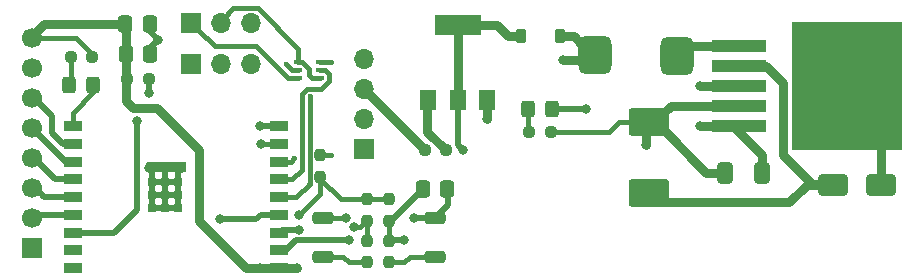
<source format=gbr>
%TF.GenerationSoftware,KiCad,Pcbnew,9.0.3+dfsg-1*%
%TF.CreationDate,2025-10-23T15:20:38+02:00*%
%TF.ProjectId,SommerESP,536f6d6d-6572-4455-9350-2e6b69636164,3.0*%
%TF.SameCoordinates,Original*%
%TF.FileFunction,Copper,L1,Top*%
%TF.FilePolarity,Positive*%
%FSLAX46Y46*%
G04 Gerber Fmt 4.6, Leading zero omitted, Abs format (unit mm)*
G04 Created by KiCad (PCBNEW 9.0.3+dfsg-1) date 2025-10-23 15:20:38*
%MOMM*%
%LPD*%
G01*
G04 APERTURE LIST*
G04 Aperture macros list*
%AMRoundRect*
0 Rectangle with rounded corners*
0 $1 Rounding radius*
0 $2 $3 $4 $5 $6 $7 $8 $9 X,Y pos of 4 corners*
0 Add a 4 corners polygon primitive as box body*
4,1,4,$2,$3,$4,$5,$6,$7,$8,$9,$2,$3,0*
0 Add four circle primitives for the rounded corners*
1,1,$1+$1,$2,$3*
1,1,$1+$1,$4,$5*
1,1,$1+$1,$6,$7*
1,1,$1+$1,$8,$9*
0 Add four rect primitives between the rounded corners*
20,1,$1+$1,$2,$3,$4,$5,0*
20,1,$1+$1,$4,$5,$6,$7,0*
20,1,$1+$1,$6,$7,$8,$9,0*
20,1,$1+$1,$8,$9,$2,$3,0*%
G04 Aperture macros list end*
%TA.AperFunction,SMDPad,CuDef*%
%ADD10RoundRect,0.237500X0.250000X0.237500X-0.250000X0.237500X-0.250000X-0.237500X0.250000X-0.237500X0*%
%TD*%
%TA.AperFunction,SMDPad,CuDef*%
%ADD11RoundRect,0.237500X0.237500X-0.250000X0.237500X0.250000X-0.237500X0.250000X-0.237500X-0.250000X0*%
%TD*%
%TA.AperFunction,SMDPad,CuDef*%
%ADD12RoundRect,0.250000X-0.412500X-0.650000X0.412500X-0.650000X0.412500X0.650000X-0.412500X0.650000X0*%
%TD*%
%TA.AperFunction,ComponentPad*%
%ADD13R,1.700000X1.700000*%
%TD*%
%TA.AperFunction,ComponentPad*%
%ADD14C,1.700000*%
%TD*%
%TA.AperFunction,SMDPad,CuDef*%
%ADD15RoundRect,0.250000X-1.000000X-0.650000X1.000000X-0.650000X1.000000X0.650000X-1.000000X0.650000X0*%
%TD*%
%TA.AperFunction,SMDPad,CuDef*%
%ADD16RoundRect,0.250000X-0.650000X-0.250000X0.650000X-0.250000X0.650000X0.250000X-0.650000X0.250000X0*%
%TD*%
%TA.AperFunction,SMDPad,CuDef*%
%ADD17RoundRect,0.250000X0.325000X0.450000X-0.325000X0.450000X-0.325000X-0.450000X0.325000X-0.450000X0*%
%TD*%
%TA.AperFunction,SMDPad,CuDef*%
%ADD18RoundRect,0.237500X-0.250000X-0.237500X0.250000X-0.237500X0.250000X0.237500X-0.250000X0.237500X0*%
%TD*%
%TA.AperFunction,SMDPad,CuDef*%
%ADD19R,1.500000X0.900000*%
%TD*%
%TA.AperFunction,SMDPad,CuDef*%
%ADD20R,0.700000X0.700000*%
%TD*%
%TA.AperFunction,SMDPad,CuDef*%
%ADD21RoundRect,0.235000X1.465000X-0.940000X1.465000X0.940000X-1.465000X0.940000X-1.465000X-0.940000X0*%
%TD*%
%TA.AperFunction,SMDPad,CuDef*%
%ADD22R,4.600000X1.100000*%
%TD*%
%TA.AperFunction,SMDPad,CuDef*%
%ADD23R,9.400000X10.800000*%
%TD*%
%TA.AperFunction,SMDPad,CuDef*%
%ADD24R,1.400000X1.700000*%
%TD*%
%TA.AperFunction,SMDPad,CuDef*%
%ADD25R,4.000000X1.800000*%
%TD*%
%TA.AperFunction,ComponentPad*%
%ADD26O,1.700000X1.700000*%
%TD*%
%TA.AperFunction,SMDPad,CuDef*%
%ADD27RoundRect,0.100000X0.225000X0.100000X-0.225000X0.100000X-0.225000X-0.100000X0.225000X-0.100000X0*%
%TD*%
%TA.AperFunction,SMDPad,CuDef*%
%ADD28RoundRect,0.225000X0.225000X0.375000X-0.225000X0.375000X-0.225000X-0.375000X0.225000X-0.375000X0*%
%TD*%
%TA.AperFunction,SMDPad,CuDef*%
%ADD29RoundRect,0.250000X-0.337500X-0.475000X0.337500X-0.475000X0.337500X0.475000X-0.337500X0.475000X0*%
%TD*%
%TA.AperFunction,SMDPad,CuDef*%
%ADD30RoundRect,0.700000X-0.700000X-0.950000X0.700000X-0.950000X0.700000X0.950000X-0.700000X0.950000X0*%
%TD*%
%TA.AperFunction,SMDPad,CuDef*%
%ADD31RoundRect,0.237500X-0.237500X0.250000X-0.237500X-0.250000X0.237500X-0.250000X0.237500X0.250000X0*%
%TD*%
%TA.AperFunction,ViaPad*%
%ADD32C,0.400000*%
%TD*%
%TA.AperFunction,ViaPad*%
%ADD33C,0.800000*%
%TD*%
%TA.AperFunction,Conductor*%
%ADD34C,0.400000*%
%TD*%
%TA.AperFunction,Conductor*%
%ADD35C,0.750000*%
%TD*%
%TA.AperFunction,Conductor*%
%ADD36C,0.500000*%
%TD*%
G04 APERTURE END LIST*
D10*
%TO.P,R8,1*%
%TO.N,+3.3V*%
X40737500Y-28900000D03*
%TO.P,R8,2*%
%TO.N,Net-(D2-A)*%
X38912500Y-28900000D03*
%TD*%
D11*
%TO.P,R2,1*%
%TO.N,Net-(R2-Pad1)*%
X65850000Y-46300000D03*
%TO.P,R2,2*%
%TO.N,EN*%
X65850000Y-44475000D03*
%TD*%
%TO.P,R3,1*%
%TO.N,IO9*%
X63950000Y-42800000D03*
%TO.P,R3,2*%
%TO.N,+3.3V*%
X63950000Y-40975000D03*
%TD*%
D12*
%TO.P,C3,1*%
%TO.N,+3.3V*%
X94300000Y-38700000D03*
%TO.P,C3,2*%
%TO.N,GND*%
X97425000Y-38700000D03*
%TD*%
D10*
%TO.P,R7,1*%
%TO.N,+3.3V*%
X79562500Y-35300000D03*
%TO.P,R7,2*%
%TO.N,Net-(D1-A)*%
X77737500Y-35300000D03*
%TD*%
D13*
%TO.P,J1,1,Pin_1*%
%TO.N,GND*%
X35625000Y-45075000D03*
D14*
%TO.P,J1,2,Pin_2*%
%TO.N,IO3*%
X35625000Y-42535000D03*
%TO.P,J1,3,Pin_3*%
%TO.N,IO19*%
X35625000Y-39995000D03*
%TO.P,J1,4,Pin_4*%
%TO.N,IO18*%
X35625000Y-37455000D03*
%TO.P,J1,5,Pin_5*%
%TO.N,TX*%
X35625000Y-34915000D03*
%TO.P,J1,6,Pin_6*%
%TO.N,RX*%
X35625000Y-32375000D03*
%TO.P,J1,7,Pin_7*%
%TO.N,IO5*%
X35625000Y-29835000D03*
%TO.P,J1,8,Pin_8*%
%TO.N,+3.3V*%
X35625000Y-27295000D03*
%TD*%
D15*
%TO.P,D5,1,K*%
%TO.N,Net-(D5-K)*%
X103475000Y-39725000D03*
%TO.P,D5,2,A*%
%TO.N,GND*%
X107475000Y-39725000D03*
%TD*%
D16*
%TO.P,S2,1,1*%
%TO.N,Net-(R2-Pad1)*%
X69700000Y-45850000D03*
%TO.P,S2,2,2*%
%TO.N,GND*%
X69700000Y-42550000D03*
%TD*%
D17*
%TO.P,D2,1,K*%
%TO.N,IO10*%
X40775000Y-31275000D03*
%TO.P,D2,2,A*%
%TO.N,Net-(D2-A)*%
X38725000Y-31275000D03*
%TD*%
D16*
%TO.P,S1,1,1*%
%TO.N,Net-(R1-Pad1)*%
X60300000Y-45850000D03*
%TO.P,S1,2,2*%
%TO.N,GND*%
X60300000Y-42550000D03*
%TD*%
D18*
%TO.P,R11,1*%
%TO.N,SommerSIG*%
X68875000Y-36825000D03*
%TO.P,R11,2*%
%TO.N,Net-(Q1-G)*%
X70700000Y-36825000D03*
%TD*%
D19*
%TO.P,U5,1,3V3*%
%TO.N,+3.3V*%
X56560000Y-46775000D03*
%TO.P,U5,2,EN/CHIP_PU*%
%TO.N,EN*%
X56560000Y-45275000D03*
%TO.P,U5,3,GPIO4/ADC1_CH4*%
%TO.N,AnalogSIG*%
X56560000Y-43775000D03*
%TO.P,U5,4,GPIO5/ADC2_CH0*%
%TO.N,IO5*%
X56560000Y-42275000D03*
%TO.P,U5,5,GPIO6*%
%TO.N,IO6*%
X56560000Y-40775000D03*
%TO.P,U5,6,GPIO7*%
%TO.N,IO7*%
X56560000Y-39275000D03*
%TO.P,U5,7,GPIO8*%
%TO.N,IO8*%
X56560000Y-37775000D03*
%TO.P,U5,8,GPIO9*%
%TO.N,IO9*%
X56560000Y-36275000D03*
%TO.P,U5,9,GND*%
%TO.N,GND*%
X56560000Y-34775000D03*
%TO.P,U5,10,GPIO10*%
%TO.N,IO10*%
X39060000Y-34775000D03*
%TO.P,U5,11,GPIO20/U0RXD*%
%TO.N,RX*%
X39060000Y-36275000D03*
%TO.P,U5,12,GPIO21/U0TXD*%
%TO.N,TX*%
X39060000Y-37775000D03*
%TO.P,U5,13,GPIO18/USB_D-*%
%TO.N,IO18*%
X39060000Y-39275000D03*
%TO.P,U5,14,GPIO19/USB_D+*%
%TO.N,IO19*%
X39060000Y-40775000D03*
%TO.P,U5,15,GPIO3/ADC1_CH3*%
%TO.N,IO3*%
X39060000Y-42275000D03*
%TO.P,U5,16,GPIO2/ADC1_CH2*%
%TO.N,IO2*%
X39060000Y-43775000D03*
%TO.P,U5,17,GPIO1/ADC1_CH1/XTAL_32K_N*%
%TO.N,unconnected-(U5-GPIO1{slash}ADC1_CH1{slash}XTAL_32K_N-Pad17)*%
X39060000Y-45275000D03*
%TO.P,U5,18,GPIO0/ADC1_CH0/XTAL_32K_P*%
%TO.N,IO0*%
X39060000Y-46775000D03*
D20*
%TO.P,U5,19,GND*%
%TO.N,GND*%
X47950000Y-41675000D03*
X47950000Y-40575000D03*
X47950000Y-39475000D03*
X46900000Y-41675000D03*
X46900000Y-40575000D03*
X46900000Y-39475000D03*
X45750000Y-41675000D03*
X45750000Y-40575000D03*
X45750000Y-39475000D03*
%TD*%
D21*
%TO.P,L1,1,1*%
%TO.N,Net-(D5-K)*%
X87900000Y-40425000D03*
%TO.P,L1,2,2*%
%TO.N,+3.3V*%
X87900000Y-34375000D03*
%TD*%
D11*
%TO.P,R4,1*%
%TO.N,EN*%
X65850000Y-42800000D03*
%TO.P,R4,2*%
%TO.N,+3.3V*%
X65850000Y-40975000D03*
%TD*%
D22*
%TO.P,U4,1,VIN*%
%TO.N,Net-(D3-A)*%
X95450000Y-27950000D03*
%TO.P,U4,2,OUTPUT*%
%TO.N,Net-(D5-K)*%
X95450000Y-29650000D03*
%TO.P,U4,3,GND*%
%TO.N,GND*%
X95450000Y-31350000D03*
D23*
X104600000Y-31350000D03*
D22*
%TO.P,U4,4,Feedback*%
%TO.N,+3.3V*%
X95450000Y-33050000D03*
%TO.P,U4,5,ON/OFF*%
%TO.N,GND*%
X95450000Y-34750000D03*
%TD*%
D11*
%TO.P,R1,1*%
%TO.N,Net-(R1-Pad1)*%
X63950000Y-46300000D03*
%TO.P,R1,2*%
%TO.N,IO9*%
X63950000Y-44475000D03*
%TD*%
D24*
%TO.P,Q1,1,G*%
%TO.N,Net-(Q1-G)*%
X69150000Y-32575000D03*
%TO.P,Q1,2,D*%
%TO.N,AnalogSIG*%
X71650000Y-32575000D03*
%TO.P,Q1,3,S*%
%TO.N,GND*%
X74150000Y-32575000D03*
D25*
%TO.P,Q1,4,D_TAB*%
%TO.N,AnalogSIG*%
X71650000Y-26175000D03*
%TD*%
D13*
%TO.P,J4,1,Pin_1*%
%TO.N,Keypad1*%
X49120000Y-26050000D03*
D26*
%TO.P,J4,2,Pin_2*%
%TO.N,Keypad2*%
X51660000Y-26050000D03*
%TO.P,J4,3,Pin_3*%
%TO.N,Keypad3*%
X54200000Y-26050000D03*
%TD*%
D27*
%TO.P,Q2,1,S*%
%TO.N,Keypad2*%
X60025000Y-30650000D03*
%TO.P,Q2,2,G*%
%TO.N,IO7*%
X60025000Y-30000000D03*
%TO.P,Q2,3,D*%
%TO.N,Keypad3*%
X60025000Y-29350000D03*
%TO.P,Q2,4,S*%
%TO.N,Keypad2*%
X58125000Y-29350000D03*
%TO.P,Q2,5,G*%
%TO.N,IO6*%
X58125000Y-30000000D03*
%TO.P,Q2,6,D*%
%TO.N,Keypad1*%
X58125000Y-30650000D03*
%TD*%
D28*
%TO.P,D4,1,K*%
%TO.N,+24V*%
X80300000Y-27150000D03*
%TO.P,D4,2,A*%
%TO.N,AnalogSIG*%
X77000000Y-27150000D03*
%TD*%
D29*
%TO.P,C4,1*%
%TO.N,EN*%
X68700000Y-40100000D03*
%TO.P,C4,2*%
%TO.N,GND*%
X70775000Y-40100000D03*
%TD*%
D30*
%TO.P,D3,1,K*%
%TO.N,+24V*%
X83250000Y-28750000D03*
%TO.P,D3,2,A*%
%TO.N,Net-(D3-A)*%
X90250000Y-28800000D03*
%TD*%
D31*
%TO.P,R13,1*%
%TO.N,IO8*%
X60000000Y-37250000D03*
%TO.P,R13,2*%
%TO.N,+3.3V*%
X60000000Y-39075000D03*
%TD*%
D10*
%TO.P,R12,1*%
%TO.N,IO2*%
X45512500Y-30800000D03*
%TO.P,R12,2*%
%TO.N,+3.3V*%
X43687500Y-30800000D03*
%TD*%
D29*
%TO.P,C1,1*%
%TO.N,+3.3V*%
X43512500Y-26150000D03*
%TO.P,C1,2*%
%TO.N,GND*%
X45587500Y-26150000D03*
%TD*%
%TO.P,C2,1*%
%TO.N,+3.3V*%
X43537500Y-28650000D03*
%TO.P,C2,2*%
%TO.N,GND*%
X45612500Y-28650000D03*
%TD*%
D17*
%TO.P,D1,1,K*%
%TO.N,GND*%
X79662500Y-33275000D03*
%TO.P,D1,2,A*%
%TO.N,Net-(D1-A)*%
X77612500Y-33275000D03*
%TD*%
D13*
%TO.P,J6,1,Pin_1*%
%TO.N,+24V*%
X63725000Y-36675000D03*
D26*
%TO.P,J6,2,Pin_2*%
%TO.N,unconnected-(J6-Pin_2-Pad2)*%
X63725000Y-34135000D03*
%TO.P,J6,3,Pin_3*%
%TO.N,SommerSIG*%
X63725000Y-31595000D03*
%TO.P,J6,4,Pin_4*%
%TO.N,GND*%
X63725000Y-29055000D03*
%TD*%
D13*
%TO.P,J3,1,Pin_1*%
%TO.N,Keypad1*%
X49120000Y-29475000D03*
D26*
%TO.P,J3,2,Pin_2*%
%TO.N,Keypad2*%
X51660000Y-29475000D03*
%TO.P,J3,3,Pin_3*%
%TO.N,Keypad3*%
X54200000Y-29475000D03*
%TD*%
D32*
%TO.N,Keypad3*%
X60975000Y-29350000D03*
D33*
%TO.N,+3.3V*%
X58200000Y-42275000D03*
X58075000Y-46775000D03*
X54925000Y-46775000D03*
X87575000Y-36350000D03*
%TO.N,GND*%
X54950000Y-34750000D03*
X45525000Y-38350000D03*
X92175000Y-34725000D03*
X67925000Y-42525000D03*
X62200000Y-42550000D03*
X74125000Y-34200000D03*
X48175000Y-38375000D03*
X92175000Y-31325000D03*
X82500000Y-33275000D03*
X103500000Y-32775000D03*
X105350000Y-32750000D03*
X103425000Y-30150000D03*
X105350000Y-30150000D03*
X46275000Y-27450000D03*
X46900000Y-38375000D03*
%TO.N,IO9*%
X55050000Y-36250000D03*
X62925000Y-43300000D03*
%TO.N,+24V*%
X80550000Y-29200000D03*
%TO.N,AnalogSIG*%
X72075000Y-36800000D03*
X58192576Y-43550000D03*
%TO.N,EN*%
X62475000Y-44400000D03*
X67075000Y-44425000D03*
D32*
%TO.N,IO6*%
X59125000Y-32225000D03*
X57150000Y-29500000D03*
D33*
%TO.N,IO5*%
X51550000Y-42650000D03*
D32*
%TO.N,IO8*%
X60900000Y-37250000D03*
X57825000Y-37500000D03*
D33*
%TO.N,IO2*%
X45500000Y-31975000D03*
X44500000Y-34325000D03*
%TD*%
D34*
%TO.N,Net-(D1-A)*%
X77612500Y-35237500D02*
X77600000Y-35250000D01*
X77612500Y-33275000D02*
X77612500Y-35237500D01*
%TO.N,Keypad1*%
X57275000Y-30650000D02*
X58100000Y-30650000D01*
X49700000Y-26600000D02*
X51100000Y-28000000D01*
X54625000Y-28000000D02*
X57275000Y-30650000D01*
X51100000Y-28000000D02*
X54625000Y-28000000D01*
%TO.N,Keypad3*%
X60025000Y-29350000D02*
X60975000Y-29350000D01*
%TO.N,+3.3V*%
X56550000Y-46775000D02*
X56575000Y-46750000D01*
D35*
X87575000Y-35175000D02*
X87475000Y-35075000D01*
X49775000Y-42825000D02*
X49775000Y-36800000D01*
X36675000Y-26150000D02*
X35575000Y-27250000D01*
X89700000Y-33050000D02*
X89000000Y-33750000D01*
D34*
X84475000Y-35300000D02*
X85350000Y-34425000D01*
D35*
X56560000Y-46775000D02*
X53725000Y-46775000D01*
X49775000Y-36800000D02*
X46175000Y-33200000D01*
D34*
X61775000Y-40975000D02*
X60025000Y-39225000D01*
D35*
X53725000Y-46775000D02*
X49775000Y-42825000D01*
D34*
X65850000Y-40975000D02*
X63975000Y-40975000D01*
X63975000Y-40975000D02*
X63950000Y-40950000D01*
D35*
X94300000Y-38700000D02*
X92700000Y-38700000D01*
X44150000Y-33200000D02*
X43600000Y-32650000D01*
D34*
X60000000Y-40475000D02*
X58200000Y-42275000D01*
X35625000Y-27295000D02*
X39370000Y-27295000D01*
D35*
X95450000Y-33050000D02*
X89700000Y-33050000D01*
D34*
X85350000Y-34425000D02*
X86475000Y-34425000D01*
X79562500Y-35300000D02*
X84475000Y-35300000D01*
X63950000Y-40975000D02*
X61775000Y-40975000D01*
D35*
X43600000Y-32650000D02*
X43600000Y-26225000D01*
D34*
X54925000Y-46775000D02*
X56550000Y-46775000D01*
D35*
X87575000Y-36350000D02*
X87575000Y-35175000D01*
X46175000Y-33200000D02*
X44150000Y-33200000D01*
D34*
X60000000Y-39075000D02*
X60000000Y-40475000D01*
X39370000Y-27295000D02*
X40625000Y-28550000D01*
D35*
X56560000Y-46775000D02*
X58075000Y-46775000D01*
X92700000Y-38700000D02*
X88950000Y-34950000D01*
X43512500Y-26150000D02*
X36675000Y-26150000D01*
D36*
%TO.N,GND*%
X45587500Y-26150000D02*
X45587500Y-26737500D01*
D35*
X97425000Y-38700000D02*
X97425000Y-37225000D01*
D36*
X56560000Y-34775000D02*
X54975000Y-34775000D01*
D35*
X95450000Y-31350000D02*
X92200000Y-31350000D01*
D36*
X45612500Y-28650000D02*
X45612500Y-28112500D01*
D34*
X60500000Y-42550000D02*
X60475000Y-42575000D01*
D36*
X67925000Y-42525000D02*
X69325000Y-42525000D01*
X70800000Y-41450000D02*
X70800000Y-40650000D01*
D34*
X62200000Y-42550000D02*
X60500000Y-42550000D01*
D36*
X79750000Y-33275000D02*
X82500000Y-33275000D01*
X69650000Y-42500000D02*
X69625000Y-42525000D01*
X69700000Y-42550000D02*
X70800000Y-41450000D01*
D35*
X107475000Y-39725000D02*
X107475000Y-35250000D01*
X107475000Y-35250000D02*
X107575000Y-35150000D01*
D36*
X54975000Y-34775000D02*
X54950000Y-34750000D01*
D35*
X74150000Y-34175000D02*
X74125000Y-34200000D01*
D36*
X45587500Y-26737500D02*
X46300000Y-27450000D01*
D35*
X97425000Y-37225000D02*
X95200000Y-35000000D01*
X92200000Y-34750000D02*
X92175000Y-34725000D01*
X74150000Y-32575000D02*
X74150000Y-34175000D01*
X95450000Y-34750000D02*
X92200000Y-34750000D01*
D36*
X45612500Y-28112500D02*
X46275000Y-27450000D01*
D35*
X92200000Y-31350000D02*
X92175000Y-31325000D01*
D34*
%TO.N,IO9*%
X56560000Y-36275000D02*
X55075000Y-36275000D01*
X63950000Y-42800000D02*
X63950000Y-44275000D01*
X62925000Y-43300000D02*
X63425000Y-43300000D01*
X55075000Y-36275000D02*
X55050000Y-36250000D01*
X63425000Y-43300000D02*
X63825000Y-42900000D01*
X63950000Y-44275000D02*
X63925000Y-44300000D01*
%TO.N,IO7*%
X58475000Y-32025057D02*
X58475000Y-38475000D01*
X58475000Y-38475000D02*
X57675000Y-39275000D01*
X60411292Y-30000000D02*
X60751000Y-30339708D01*
X60087292Y-31624000D02*
X58876057Y-31624000D01*
X60751000Y-30960292D02*
X60087292Y-31624000D01*
X60751000Y-30339708D02*
X60751000Y-30960292D01*
X57675000Y-39275000D02*
X56560000Y-39275000D01*
X60025000Y-30000000D02*
X60411292Y-30000000D01*
X58876057Y-31624000D02*
X58475000Y-32025057D01*
%TO.N,Net-(D2-A)*%
X38912500Y-31287500D02*
X38900000Y-31300000D01*
X38912500Y-28900000D02*
X38912500Y-31287500D01*
D35*
%TO.N,+24V*%
X82600000Y-29200000D02*
X82675000Y-29125000D01*
X81500000Y-27150000D02*
X82125000Y-27775000D01*
X80300000Y-27150000D02*
X81500000Y-27150000D01*
X80550000Y-29200000D02*
X82600000Y-29200000D01*
D36*
%TO.N,AnalogSIG*%
X56785000Y-43550000D02*
X58192576Y-43550000D01*
D35*
X74950000Y-26175000D02*
X72975000Y-26175000D01*
X75925000Y-27150000D02*
X74950000Y-26175000D01*
X77000000Y-27150000D02*
X75925000Y-27150000D01*
D36*
X71650000Y-36375000D02*
X71650000Y-32925000D01*
D35*
X71650000Y-26175000D02*
X71650000Y-32150000D01*
D36*
X56560000Y-43775000D02*
X56785000Y-43550000D01*
D35*
X71650000Y-32150000D02*
X71725000Y-32225000D01*
D36*
X72075000Y-36800000D02*
X71650000Y-36375000D01*
D35*
%TO.N,Net-(D5-K)*%
X99200000Y-31098000D02*
X99200000Y-37202000D01*
X103475000Y-39725000D02*
X101200000Y-39725000D01*
X99725000Y-41200000D02*
X89225000Y-41200000D01*
X101200000Y-39725000D02*
X99725000Y-41200000D01*
X101623000Y-39625000D02*
X103625000Y-39625000D01*
X97752000Y-29650000D02*
X99200000Y-31098000D01*
X99200000Y-37202000D02*
X101623000Y-39625000D01*
X95450000Y-29650000D02*
X97752000Y-29650000D01*
D36*
%TO.N,RX*%
X39060000Y-36275000D02*
X38250000Y-36275000D01*
X37300000Y-33900000D02*
X35950000Y-32550000D01*
X37300000Y-35325000D02*
X37300000Y-33900000D01*
X38250000Y-36275000D02*
X37300000Y-35325000D01*
%TO.N,TX*%
X38525000Y-37775000D02*
X35825000Y-35075000D01*
X39060000Y-37775000D02*
X38525000Y-37775000D01*
%TO.N,IO19*%
X39060000Y-40775000D02*
X36675000Y-40775000D01*
X36675000Y-40775000D02*
X35925000Y-40025000D01*
%TO.N,IO18*%
X39060000Y-39275000D02*
X37600000Y-39275000D01*
X37600000Y-39275000D02*
X35925000Y-37600000D01*
D34*
%TO.N,Keypad2*%
X58125000Y-28205818D02*
X58125000Y-29200000D01*
X59300000Y-30650000D02*
X59100000Y-30450000D01*
X54718182Y-24799000D02*
X58125000Y-28205818D01*
X58511292Y-29350000D02*
X58125000Y-29350000D01*
X52651000Y-24799000D02*
X54718182Y-24799000D01*
X59100000Y-29938708D02*
X58511292Y-29350000D01*
X52651000Y-24799000D02*
X51750000Y-25700000D01*
X60025000Y-30650000D02*
X59300000Y-30650000D01*
X59100000Y-30450000D02*
X59100000Y-29938708D01*
D35*
%TO.N,SommerSIG*%
X63725000Y-31595000D02*
X68850000Y-36720000D01*
X68850000Y-36720000D02*
X68850000Y-36750000D01*
D36*
%TO.N,EN*%
X67075000Y-44425000D02*
X65900000Y-44425000D01*
X66100000Y-42700000D02*
X65950000Y-42700000D01*
D34*
X65850000Y-42800000D02*
X65850000Y-44350000D01*
D36*
X56560000Y-45275000D02*
X57136000Y-45275000D01*
X68700000Y-40100000D02*
X66100000Y-42700000D01*
X58011000Y-44400000D02*
X62475000Y-44400000D01*
X65900000Y-44425000D02*
X65875000Y-44450000D01*
D34*
X65850000Y-44350000D02*
X65825000Y-44375000D01*
D36*
X57136000Y-45275000D02*
X58011000Y-44400000D01*
D34*
%TO.N,IO6*%
X58125000Y-30000000D02*
X57650000Y-30000000D01*
X56560000Y-40775000D02*
X57975000Y-40775000D01*
X57975000Y-40775000D02*
X59125000Y-39625000D01*
X59125000Y-39625000D02*
X59075000Y-39675000D01*
X59125000Y-39625000D02*
X59050000Y-39700000D01*
X57650000Y-30000000D02*
X57150000Y-29500000D01*
X59125000Y-32225000D02*
X59125000Y-39625000D01*
%TO.N,IO10*%
X39060000Y-33640000D02*
X40825000Y-31875000D01*
X39060000Y-34775000D02*
X39060000Y-33640000D01*
D36*
%TO.N,IO5*%
X54975000Y-42300000D02*
X56250000Y-42300000D01*
X54625000Y-42650000D02*
X54975000Y-42300000D01*
X51550000Y-42650000D02*
X54625000Y-42650000D01*
D34*
%TO.N,IO8*%
X60225000Y-37250000D02*
X60200000Y-37275000D01*
X56560000Y-37775000D02*
X57550000Y-37775000D01*
X57550000Y-37775000D02*
X57825000Y-37500000D01*
X60900000Y-37250000D02*
X60225000Y-37250000D01*
D36*
%TO.N,IO3*%
X35900000Y-42275000D02*
X35600000Y-42575000D01*
X39060000Y-42275000D02*
X35900000Y-42275000D01*
D35*
%TO.N,Net-(Q1-G)*%
X70700000Y-36825000D02*
X69100000Y-35225000D01*
X69100000Y-32900000D02*
X69150000Y-32850000D01*
X69100000Y-35225000D02*
X69100000Y-32900000D01*
D36*
%TO.N,IO2*%
X44500000Y-34325000D02*
X44500000Y-41875000D01*
X44500000Y-41875000D02*
X42600000Y-43775000D01*
X45512500Y-31962500D02*
X45500000Y-31975000D01*
X45512500Y-30800000D02*
X45512500Y-31962500D01*
X42600000Y-43775000D02*
X39175000Y-43775000D01*
D34*
%TO.N,Net-(R1-Pad1)*%
X62450000Y-46300000D02*
X61975000Y-45825000D01*
X61975000Y-45825000D02*
X60475000Y-45825000D01*
X63950000Y-46300000D02*
X62450000Y-46300000D01*
%TO.N,Net-(R2-Pad1)*%
X67625000Y-45825000D02*
X69650000Y-45825000D01*
X67150000Y-46300000D02*
X67625000Y-45825000D01*
X65850000Y-46300000D02*
X67150000Y-46300000D01*
D35*
%TO.N,Net-(D3-A)*%
X95450000Y-27950000D02*
X90950000Y-27950000D01*
X90950000Y-27950000D02*
X90675000Y-28225000D01*
%TD*%
%TA.AperFunction,Conductor*%
%TO.N,GND*%
G36*
X48643039Y-37819685D02*
G01*
X48688794Y-37872489D01*
X48700000Y-37924000D01*
X48700000Y-38561950D01*
X48680315Y-38628989D01*
X48627511Y-38674744D01*
X48558353Y-38684688D01*
X48532667Y-38678132D01*
X48407380Y-38631403D01*
X48407372Y-38631401D01*
X48347844Y-38625000D01*
X48200000Y-38625000D01*
X48200000Y-41551000D01*
X48180315Y-41618039D01*
X48127511Y-41663794D01*
X48076000Y-41675000D01*
X47950000Y-41675000D01*
X47950000Y-41801000D01*
X47930315Y-41868039D01*
X47877511Y-41913794D01*
X47826000Y-41925000D01*
X45874000Y-41925000D01*
X45806961Y-41905315D01*
X45761206Y-41852511D01*
X45750000Y-41801000D01*
X45750000Y-41675000D01*
X45624000Y-41675000D01*
X45556961Y-41655315D01*
X45511206Y-41602511D01*
X45500000Y-41551000D01*
X45500000Y-41425000D01*
X46000000Y-41425000D01*
X46650000Y-41425000D01*
X47150000Y-41425000D01*
X47700000Y-41425000D01*
X47700000Y-40825000D01*
X47150000Y-40825000D01*
X47150000Y-41425000D01*
X46650000Y-41425000D01*
X46650000Y-40825000D01*
X46000000Y-40825000D01*
X46000000Y-41425000D01*
X45500000Y-41425000D01*
X45500000Y-40325000D01*
X46000000Y-40325000D01*
X46650000Y-40325000D01*
X47150000Y-40325000D01*
X47700000Y-40325000D01*
X47700000Y-39725000D01*
X47150000Y-39725000D01*
X47150000Y-40325000D01*
X46650000Y-40325000D01*
X46650000Y-39725000D01*
X46000000Y-39725000D01*
X46000000Y-40325000D01*
X45500000Y-40325000D01*
X45500000Y-39225000D01*
X46000000Y-39225000D01*
X46650000Y-39225000D01*
X47150000Y-39225000D01*
X47700000Y-39225000D01*
X47700000Y-38625000D01*
X47552155Y-38625000D01*
X47492627Y-38631401D01*
X47492620Y-38631403D01*
X47468331Y-38640462D01*
X47398639Y-38645445D01*
X47381669Y-38640462D01*
X47357379Y-38631403D01*
X47357372Y-38631401D01*
X47297844Y-38625000D01*
X47150000Y-38625000D01*
X47150000Y-39225000D01*
X46650000Y-39225000D01*
X46650000Y-38625000D01*
X46502155Y-38625000D01*
X46442627Y-38631401D01*
X46442617Y-38631403D01*
X46368332Y-38659110D01*
X46298641Y-38664094D01*
X46281668Y-38659110D01*
X46207382Y-38631403D01*
X46207372Y-38631401D01*
X46147844Y-38625000D01*
X46000000Y-38625000D01*
X46000000Y-39225000D01*
X45500000Y-39225000D01*
X45500000Y-38625000D01*
X45382500Y-38625000D01*
X45315461Y-38605315D01*
X45269706Y-38552511D01*
X45258500Y-38501000D01*
X45258500Y-37924000D01*
X45278185Y-37856961D01*
X45330989Y-37811206D01*
X45382500Y-37800000D01*
X48576000Y-37800000D01*
X48643039Y-37819685D01*
G37*
%TD.AperFunction*%
%TD*%
M02*

</source>
